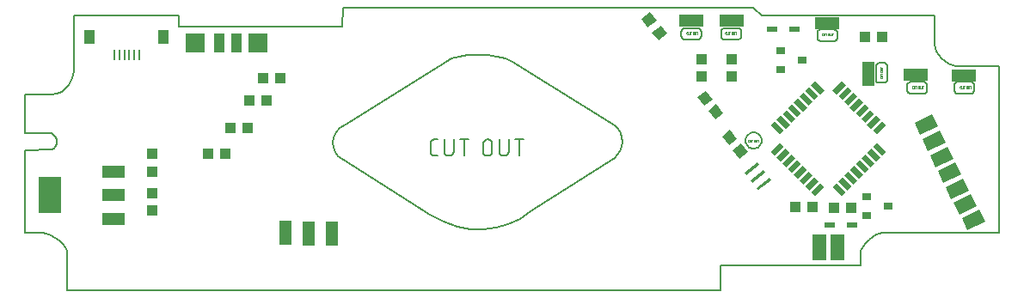
<source format=gtp>
G75*
%MOIN*%
%OFA0B0*%
%FSLAX25Y25*%
%IPPOS*%
%LPD*%
%AMOC8*
5,1,8,0,0,1.08239X$1,22.5*
%
%ADD10C,0.00600*%
%ADD11C,0.00500*%
%ADD12C,0.00800*%
%ADD13C,0.00000*%
%ADD14R,0.03937X0.04331*%
%ADD15R,0.04252X0.04134*%
%ADD16R,0.04331X0.03937*%
%ADD17R,0.08800X0.04800*%
%ADD18R,0.08661X0.14173*%
%ADD19R,0.03543X0.03150*%
%ADD20R,0.09500X0.04500*%
%ADD21R,0.05400X0.10000*%
%ADD22R,0.04500X0.09500*%
%ADD23R,0.05157X0.07598*%
%ADD24R,0.04134X0.07677*%
%ADD25R,0.07677X0.07677*%
%ADD26R,0.05000X0.02200*%
%ADD27R,0.02200X0.05000*%
%ADD28R,0.06299X0.01181*%
%ADD29R,0.03937X0.02362*%
%ADD30R,0.00984X0.03937*%
%ADD31R,0.03937X0.05276*%
D10*
X0017703Y0038877D02*
X0017703Y0053068D01*
X0017473Y0054223D01*
X0016826Y0055511D01*
X0015826Y0056843D01*
X0014540Y0058131D01*
X0013031Y0059287D01*
X0011367Y0060221D01*
X0009609Y0060847D01*
X0007826Y0061075D01*
X0001300Y0061075D01*
X0001300Y0093285D01*
X0011489Y0093363D01*
X0012380Y0093845D01*
X0013016Y0094600D01*
X0013395Y0095536D01*
X0013520Y0096561D01*
X0013391Y0097585D01*
X0013008Y0098513D01*
X0012374Y0099256D01*
X0011489Y0099720D01*
X0001300Y0099735D01*
X0001300Y0114803D02*
X0011489Y0114803D01*
X0013651Y0115090D01*
X0015486Y0115887D01*
X0017005Y0117096D01*
X0018220Y0118620D01*
X0019144Y0120362D01*
X0019789Y0122225D01*
X0020167Y0124111D01*
X0020291Y0125924D01*
X0020291Y0145461D01*
X0060762Y0145461D02*
X0060762Y0141013D01*
X0124178Y0141164D01*
X0124439Y0148568D01*
X0283611Y0148568D01*
X0286803Y0145461D01*
X0353849Y0145461D01*
X0353872Y0134183D01*
X0354104Y0132969D01*
X0354668Y0131631D01*
X0355516Y0130256D01*
X0356599Y0128933D01*
X0357869Y0127750D01*
X0359276Y0126796D01*
X0360773Y0126160D01*
X0362309Y0125929D01*
X0362585Y0125935D01*
X0378794Y0125924D01*
X0378794Y0061075D01*
X0333600Y0061075D01*
X0332610Y0060907D01*
X0331351Y0060421D01*
X0329946Y0059641D01*
X0328519Y0058595D01*
X0327194Y0057307D01*
X0326094Y0055804D01*
X0325344Y0054111D01*
X0325066Y0052254D01*
X0325066Y0048361D01*
X0270858Y0048361D01*
X0270858Y0038877D01*
X0017703Y0038877D01*
X0122690Y0090966D02*
X0124225Y0089783D01*
X0158265Y0068189D01*
X0163523Y0065449D01*
X0168754Y0063607D01*
X0173919Y0062628D01*
X0178974Y0062478D01*
X0183880Y0063119D01*
X0188596Y0064518D01*
X0193079Y0066639D01*
X0197289Y0069447D01*
X0229895Y0090159D01*
X0230978Y0091402D01*
X0231843Y0092915D01*
X0232442Y0094612D01*
X0232729Y0096404D01*
X0232659Y0098204D01*
X0232183Y0099923D01*
X0231257Y0101475D01*
X0229833Y0102771D01*
X0190100Y0127595D01*
X0187592Y0128804D01*
X0184372Y0129643D01*
X0180700Y0130126D01*
X0176836Y0130263D01*
X0173041Y0130067D01*
X0169574Y0129549D01*
X0166698Y0128721D01*
X0164671Y0127595D01*
X0125405Y0103236D01*
X0123317Y0101738D01*
X0121857Y0099993D01*
X0120989Y0098097D01*
X0120674Y0096150D01*
X0120878Y0094247D01*
X0121562Y0092486D01*
X0122690Y0090966D01*
X0158497Y0092431D02*
X0158497Y0095986D01*
X0158499Y0096060D01*
X0158505Y0096135D01*
X0158515Y0096208D01*
X0158528Y0096282D01*
X0158545Y0096354D01*
X0158567Y0096425D01*
X0158591Y0096496D01*
X0158620Y0096564D01*
X0158652Y0096632D01*
X0158688Y0096697D01*
X0158726Y0096760D01*
X0158769Y0096822D01*
X0158814Y0096881D01*
X0158862Y0096937D01*
X0158913Y0096992D01*
X0158967Y0097043D01*
X0159024Y0097091D01*
X0159083Y0097136D01*
X0159145Y0097179D01*
X0159208Y0097217D01*
X0159273Y0097253D01*
X0159341Y0097285D01*
X0159409Y0097314D01*
X0159480Y0097338D01*
X0159551Y0097360D01*
X0159623Y0097377D01*
X0159697Y0097390D01*
X0159770Y0097400D01*
X0159845Y0097406D01*
X0159919Y0097408D01*
X0161341Y0097408D01*
X0163846Y0097408D02*
X0163846Y0092786D01*
X0163848Y0092703D01*
X0163854Y0092620D01*
X0163864Y0092537D01*
X0163877Y0092454D01*
X0163895Y0092373D01*
X0163916Y0092292D01*
X0163941Y0092213D01*
X0163970Y0092135D01*
X0164002Y0092058D01*
X0164038Y0091983D01*
X0164077Y0091909D01*
X0164120Y0091838D01*
X0164166Y0091768D01*
X0164216Y0091701D01*
X0164268Y0091636D01*
X0164323Y0091574D01*
X0164382Y0091514D01*
X0164443Y0091457D01*
X0164506Y0091403D01*
X0164572Y0091352D01*
X0164641Y0091305D01*
X0164711Y0091260D01*
X0164784Y0091219D01*
X0164858Y0091182D01*
X0164934Y0091147D01*
X0165012Y0091117D01*
X0165090Y0091090D01*
X0165171Y0091067D01*
X0165252Y0091047D01*
X0165334Y0091032D01*
X0165416Y0091020D01*
X0165499Y0091012D01*
X0165582Y0091008D01*
X0165666Y0091008D01*
X0165749Y0091012D01*
X0165832Y0091020D01*
X0165914Y0091032D01*
X0165996Y0091047D01*
X0166077Y0091067D01*
X0166158Y0091090D01*
X0166236Y0091117D01*
X0166314Y0091147D01*
X0166390Y0091182D01*
X0166464Y0091219D01*
X0166537Y0091260D01*
X0166607Y0091305D01*
X0166676Y0091352D01*
X0166742Y0091403D01*
X0166805Y0091457D01*
X0166866Y0091514D01*
X0166925Y0091574D01*
X0166980Y0091636D01*
X0167032Y0091701D01*
X0167082Y0091768D01*
X0167128Y0091838D01*
X0167171Y0091909D01*
X0167210Y0091983D01*
X0167246Y0092058D01*
X0167278Y0092135D01*
X0167307Y0092213D01*
X0167332Y0092292D01*
X0167353Y0092373D01*
X0167371Y0092454D01*
X0167384Y0092537D01*
X0167394Y0092620D01*
X0167400Y0092703D01*
X0167402Y0092786D01*
X0167401Y0092786D02*
X0167401Y0097408D01*
X0169795Y0097408D02*
X0173350Y0097408D01*
X0171573Y0097408D02*
X0171573Y0091008D01*
X0178821Y0092786D02*
X0178821Y0095631D01*
X0178820Y0095631D02*
X0178822Y0095714D01*
X0178828Y0095797D01*
X0178838Y0095880D01*
X0178851Y0095963D01*
X0178869Y0096044D01*
X0178890Y0096125D01*
X0178915Y0096204D01*
X0178944Y0096282D01*
X0178976Y0096359D01*
X0179012Y0096434D01*
X0179051Y0096508D01*
X0179094Y0096579D01*
X0179140Y0096649D01*
X0179190Y0096716D01*
X0179242Y0096781D01*
X0179297Y0096843D01*
X0179356Y0096903D01*
X0179417Y0096960D01*
X0179480Y0097014D01*
X0179546Y0097065D01*
X0179615Y0097112D01*
X0179685Y0097157D01*
X0179758Y0097198D01*
X0179832Y0097235D01*
X0179908Y0097270D01*
X0179986Y0097300D01*
X0180064Y0097327D01*
X0180145Y0097350D01*
X0180226Y0097370D01*
X0180308Y0097385D01*
X0180390Y0097397D01*
X0180473Y0097405D01*
X0180556Y0097409D01*
X0180640Y0097409D01*
X0180723Y0097405D01*
X0180806Y0097397D01*
X0180888Y0097385D01*
X0180970Y0097370D01*
X0181051Y0097350D01*
X0181132Y0097327D01*
X0181210Y0097300D01*
X0181288Y0097270D01*
X0181364Y0097235D01*
X0181438Y0097198D01*
X0181511Y0097157D01*
X0181581Y0097112D01*
X0181650Y0097065D01*
X0181716Y0097014D01*
X0181779Y0096960D01*
X0181840Y0096903D01*
X0181899Y0096843D01*
X0181954Y0096781D01*
X0182006Y0096716D01*
X0182056Y0096649D01*
X0182102Y0096579D01*
X0182145Y0096508D01*
X0182184Y0096434D01*
X0182220Y0096359D01*
X0182252Y0096282D01*
X0182281Y0096204D01*
X0182306Y0096125D01*
X0182327Y0096044D01*
X0182345Y0095963D01*
X0182358Y0095880D01*
X0182368Y0095797D01*
X0182374Y0095714D01*
X0182376Y0095631D01*
X0182376Y0092786D01*
X0182374Y0092703D01*
X0182368Y0092620D01*
X0182358Y0092537D01*
X0182345Y0092454D01*
X0182327Y0092373D01*
X0182306Y0092292D01*
X0182281Y0092213D01*
X0182252Y0092135D01*
X0182220Y0092058D01*
X0182184Y0091983D01*
X0182145Y0091909D01*
X0182102Y0091838D01*
X0182056Y0091768D01*
X0182006Y0091701D01*
X0181954Y0091636D01*
X0181899Y0091574D01*
X0181840Y0091514D01*
X0181779Y0091457D01*
X0181716Y0091403D01*
X0181650Y0091352D01*
X0181581Y0091305D01*
X0181511Y0091260D01*
X0181438Y0091219D01*
X0181364Y0091182D01*
X0181288Y0091147D01*
X0181210Y0091117D01*
X0181132Y0091090D01*
X0181051Y0091067D01*
X0180970Y0091047D01*
X0180888Y0091032D01*
X0180806Y0091020D01*
X0180723Y0091012D01*
X0180640Y0091008D01*
X0180556Y0091008D01*
X0180473Y0091012D01*
X0180390Y0091020D01*
X0180308Y0091032D01*
X0180226Y0091047D01*
X0180145Y0091067D01*
X0180064Y0091090D01*
X0179986Y0091117D01*
X0179908Y0091147D01*
X0179832Y0091182D01*
X0179758Y0091219D01*
X0179685Y0091260D01*
X0179615Y0091305D01*
X0179546Y0091352D01*
X0179480Y0091403D01*
X0179417Y0091457D01*
X0179356Y0091514D01*
X0179297Y0091574D01*
X0179242Y0091636D01*
X0179190Y0091701D01*
X0179140Y0091768D01*
X0179094Y0091838D01*
X0179051Y0091909D01*
X0179012Y0091983D01*
X0178976Y0092058D01*
X0178944Y0092135D01*
X0178915Y0092213D01*
X0178890Y0092292D01*
X0178869Y0092373D01*
X0178851Y0092454D01*
X0178838Y0092537D01*
X0178828Y0092620D01*
X0178822Y0092703D01*
X0178820Y0092786D01*
X0185180Y0092786D02*
X0185180Y0097408D01*
X0188735Y0097408D02*
X0188735Y0092786D01*
X0188736Y0092786D02*
X0188734Y0092703D01*
X0188728Y0092620D01*
X0188718Y0092537D01*
X0188705Y0092454D01*
X0188687Y0092373D01*
X0188666Y0092292D01*
X0188641Y0092213D01*
X0188612Y0092135D01*
X0188580Y0092058D01*
X0188544Y0091983D01*
X0188505Y0091909D01*
X0188462Y0091838D01*
X0188416Y0091768D01*
X0188366Y0091701D01*
X0188314Y0091636D01*
X0188259Y0091574D01*
X0188200Y0091514D01*
X0188139Y0091457D01*
X0188076Y0091403D01*
X0188010Y0091352D01*
X0187941Y0091305D01*
X0187871Y0091260D01*
X0187798Y0091219D01*
X0187724Y0091182D01*
X0187648Y0091147D01*
X0187570Y0091117D01*
X0187492Y0091090D01*
X0187411Y0091067D01*
X0187330Y0091047D01*
X0187248Y0091032D01*
X0187166Y0091020D01*
X0187083Y0091012D01*
X0187000Y0091008D01*
X0186916Y0091008D01*
X0186833Y0091012D01*
X0186750Y0091020D01*
X0186668Y0091032D01*
X0186586Y0091047D01*
X0186505Y0091067D01*
X0186424Y0091090D01*
X0186346Y0091117D01*
X0186268Y0091147D01*
X0186192Y0091182D01*
X0186118Y0091219D01*
X0186045Y0091260D01*
X0185975Y0091305D01*
X0185906Y0091352D01*
X0185840Y0091403D01*
X0185777Y0091457D01*
X0185716Y0091514D01*
X0185657Y0091574D01*
X0185602Y0091636D01*
X0185550Y0091701D01*
X0185500Y0091768D01*
X0185454Y0091838D01*
X0185411Y0091909D01*
X0185372Y0091983D01*
X0185336Y0092058D01*
X0185304Y0092135D01*
X0185275Y0092213D01*
X0185250Y0092292D01*
X0185229Y0092373D01*
X0185211Y0092454D01*
X0185198Y0092537D01*
X0185188Y0092620D01*
X0185182Y0092703D01*
X0185180Y0092786D01*
X0191129Y0097408D02*
X0194684Y0097408D01*
X0192907Y0097408D02*
X0192907Y0091008D01*
X0161341Y0091008D02*
X0159919Y0091008D01*
X0159919Y0091009D02*
X0159845Y0091011D01*
X0159770Y0091017D01*
X0159697Y0091027D01*
X0159623Y0091040D01*
X0159551Y0091057D01*
X0159480Y0091079D01*
X0159409Y0091103D01*
X0159341Y0091132D01*
X0159273Y0091164D01*
X0159208Y0091200D01*
X0159145Y0091238D01*
X0159083Y0091281D01*
X0159024Y0091326D01*
X0158967Y0091374D01*
X0158913Y0091425D01*
X0158862Y0091479D01*
X0158814Y0091536D01*
X0158769Y0091595D01*
X0158726Y0091657D01*
X0158688Y0091720D01*
X0158652Y0091785D01*
X0158620Y0091853D01*
X0158591Y0091921D01*
X0158567Y0091992D01*
X0158545Y0092063D01*
X0158528Y0092135D01*
X0158515Y0092209D01*
X0158505Y0092282D01*
X0158499Y0092357D01*
X0158497Y0092431D01*
X0255811Y0136897D02*
X0255734Y0137142D01*
X0255707Y0137405D01*
X0255707Y0139289D01*
X0255734Y0139552D01*
X0255811Y0139797D01*
X0255931Y0140020D01*
X0256092Y0140213D01*
X0256285Y0140374D01*
X0256508Y0140495D01*
X0256753Y0140571D01*
X0257016Y0140598D01*
X0262092Y0140598D01*
X0262355Y0140571D01*
X0262600Y0140495D01*
X0262822Y0140374D01*
X0263016Y0140213D01*
X0263176Y0140020D01*
X0263297Y0139797D01*
X0263374Y0139552D01*
X0263400Y0139289D01*
X0263400Y0137405D01*
X0263374Y0137142D01*
X0263297Y0136897D01*
X0263176Y0136675D01*
X0263016Y0136481D01*
X0262822Y0136321D01*
X0262600Y0136200D01*
X0262355Y0136123D01*
X0262092Y0136097D01*
X0257016Y0136097D01*
X0256753Y0136123D01*
X0256508Y0136200D01*
X0256285Y0136321D01*
X0256092Y0136481D01*
X0255931Y0136675D01*
X0255811Y0136897D01*
X0271135Y0137405D02*
X0271135Y0139289D01*
X0271162Y0139552D01*
X0271239Y0139797D01*
X0271359Y0140020D01*
X0271520Y0140213D01*
X0271713Y0140374D01*
X0271935Y0140495D01*
X0272181Y0140571D01*
X0272443Y0140598D01*
X0277520Y0140598D01*
X0277783Y0140571D01*
X0278028Y0140495D01*
X0278250Y0140374D01*
X0278444Y0140213D01*
X0278604Y0140020D01*
X0278725Y0139797D01*
X0278802Y0139552D01*
X0278828Y0139289D01*
X0278828Y0137405D01*
X0278802Y0137142D01*
X0278725Y0136897D01*
X0278604Y0136675D01*
X0278444Y0136481D01*
X0278250Y0136321D01*
X0278028Y0136200D01*
X0277783Y0136123D01*
X0277520Y0136097D01*
X0272443Y0136097D01*
X0272181Y0136123D01*
X0271935Y0136200D01*
X0271713Y0136321D01*
X0271520Y0136481D01*
X0271359Y0136675D01*
X0271239Y0136897D01*
X0271162Y0137142D01*
X0271135Y0137405D01*
X0308483Y0136890D02*
X0308483Y0138774D01*
X0308510Y0139037D01*
X0308587Y0139282D01*
X0308707Y0139504D01*
X0308868Y0139698D01*
X0309061Y0139858D01*
X0309283Y0139979D01*
X0309529Y0140056D01*
X0309791Y0140082D01*
X0314868Y0140082D01*
X0315131Y0140056D01*
X0315376Y0139979D01*
X0315598Y0139858D01*
X0315792Y0139698D01*
X0315952Y0139504D01*
X0316073Y0139282D01*
X0316150Y0139037D01*
X0316176Y0138774D01*
X0316176Y0136890D01*
X0316150Y0136627D01*
X0316073Y0136382D01*
X0315952Y0136160D01*
X0315792Y0135966D01*
X0315598Y0135806D01*
X0315376Y0135685D01*
X0315131Y0135608D01*
X0314868Y0135582D01*
X0309791Y0135582D01*
X0309529Y0135608D01*
X0309283Y0135685D01*
X0309061Y0135806D01*
X0308868Y0135966D01*
X0308707Y0136160D01*
X0308587Y0136382D01*
X0308510Y0136627D01*
X0308483Y0136890D01*
X0331167Y0126223D02*
X0331288Y0126445D01*
X0331448Y0126639D01*
X0331642Y0126799D01*
X0331865Y0126920D01*
X0332109Y0126996D01*
X0332372Y0127023D01*
X0334256Y0127023D01*
X0334519Y0126996D01*
X0334765Y0126920D01*
X0334987Y0126799D01*
X0335181Y0126639D01*
X0335341Y0126445D01*
X0335462Y0126223D01*
X0335538Y0125978D01*
X0335565Y0125715D01*
X0335565Y0120638D01*
X0335538Y0120375D01*
X0335462Y0120130D01*
X0335341Y0119908D01*
X0335181Y0119714D01*
X0334987Y0119554D01*
X0334765Y0119433D01*
X0334519Y0119357D01*
X0334256Y0119330D01*
X0332372Y0119330D01*
X0332109Y0119357D01*
X0331865Y0119433D01*
X0331642Y0119554D01*
X0331448Y0119714D01*
X0331288Y0119908D01*
X0331167Y0120130D01*
X0331091Y0120375D01*
X0331064Y0120638D01*
X0331064Y0125715D01*
X0331091Y0125978D01*
X0331167Y0126223D01*
X0343477Y0119106D02*
X0343637Y0119300D01*
X0343831Y0119460D01*
X0344053Y0119581D01*
X0344298Y0119658D01*
X0344561Y0119684D01*
X0349637Y0119684D01*
X0349900Y0119658D01*
X0350145Y0119581D01*
X0350368Y0119460D01*
X0350561Y0119300D01*
X0350722Y0119106D01*
X0350843Y0118884D01*
X0350919Y0118639D01*
X0350946Y0118376D01*
X0350946Y0116492D01*
X0350919Y0116229D01*
X0350843Y0115984D01*
X0350722Y0115761D01*
X0350561Y0115567D01*
X0350368Y0115407D01*
X0350145Y0115286D01*
X0349900Y0115210D01*
X0349637Y0115183D01*
X0344561Y0115183D01*
X0344298Y0115210D01*
X0344053Y0115286D01*
X0343831Y0115407D01*
X0343637Y0115567D01*
X0343477Y0115761D01*
X0343356Y0115984D01*
X0343280Y0116229D01*
X0343253Y0116492D01*
X0343253Y0118376D01*
X0343280Y0118639D01*
X0343356Y0118884D01*
X0343477Y0119106D01*
X0361576Y0118376D02*
X0361576Y0116492D01*
X0361603Y0116229D01*
X0361680Y0115984D01*
X0361800Y0115761D01*
X0361961Y0115567D01*
X0362154Y0115407D01*
X0362377Y0115286D01*
X0362622Y0115210D01*
X0362885Y0115183D01*
X0367961Y0115183D01*
X0368224Y0115210D01*
X0368469Y0115286D01*
X0368691Y0115407D01*
X0368885Y0115567D01*
X0369045Y0115761D01*
X0369166Y0115984D01*
X0369243Y0116229D01*
X0369269Y0116492D01*
X0369269Y0118376D01*
X0369243Y0118639D01*
X0369166Y0118884D01*
X0369045Y0119106D01*
X0368885Y0119300D01*
X0368691Y0119460D01*
X0368469Y0119581D01*
X0368224Y0119658D01*
X0367961Y0119684D01*
X0362885Y0119684D01*
X0362622Y0119658D01*
X0362377Y0119581D01*
X0362154Y0119460D01*
X0361961Y0119300D01*
X0361800Y0119106D01*
X0361680Y0118884D01*
X0361603Y0118639D01*
X0361576Y0118376D01*
X0286760Y0097559D02*
X0286824Y0096924D01*
X0286764Y0097539D01*
X0286585Y0098129D01*
X0286294Y0098674D01*
X0285902Y0099151D01*
X0285425Y0099543D01*
X0284880Y0099834D01*
X0284289Y0100013D01*
X0283675Y0100074D01*
X0283060Y0100013D01*
X0282469Y0099834D01*
X0281925Y0099543D01*
X0281448Y0099151D01*
X0281056Y0098674D01*
X0280765Y0098129D01*
X0280586Y0097539D01*
X0280525Y0096924D01*
X0280586Y0096310D01*
X0280765Y0095719D01*
X0281056Y0095174D01*
X0281448Y0094697D01*
X0281925Y0094305D01*
X0282469Y0094014D01*
X0283060Y0093835D01*
X0283675Y0093774D01*
X0284289Y0093835D01*
X0284880Y0094014D01*
X0285425Y0094305D01*
X0285902Y0094697D01*
X0286294Y0095174D01*
X0286585Y0095719D01*
X0286764Y0096310D01*
X0286824Y0096924D01*
X0286760Y0096289D01*
X0286577Y0095698D01*
X0286287Y0095163D01*
X0285902Y0094697D01*
X0285436Y0094312D01*
X0284901Y0094022D01*
X0284309Y0093839D01*
X0283675Y0093774D01*
X0283040Y0093839D01*
X0282449Y0094022D01*
X0281914Y0094312D01*
X0281448Y0094697D01*
X0281063Y0095163D01*
X0280773Y0095698D01*
X0280589Y0096289D01*
X0280525Y0096924D01*
X0280589Y0097559D01*
X0280773Y0098150D01*
X0281063Y0098685D01*
X0281448Y0099151D01*
X0281914Y0099536D01*
X0282449Y0099826D01*
X0283040Y0100010D01*
X0283675Y0100074D01*
X0284309Y0100010D01*
X0284901Y0099826D01*
X0285436Y0099536D01*
X0285902Y0099151D01*
X0286287Y0098685D01*
X0286577Y0098150D01*
X0286760Y0097559D01*
D11*
X0001300Y0099735D02*
X0001300Y0114803D01*
D12*
X0020291Y0145461D02*
X0060762Y0145461D01*
D13*
X0257697Y0138831D02*
X0257697Y0138386D01*
X0257699Y0138361D01*
X0257704Y0138336D01*
X0257713Y0138312D01*
X0257725Y0138290D01*
X0257740Y0138269D01*
X0257758Y0138251D01*
X0257779Y0138236D01*
X0257801Y0138224D01*
X0257825Y0138215D01*
X0257850Y0138210D01*
X0257875Y0138208D01*
X0258052Y0138208D01*
X0258322Y0138431D02*
X0258322Y0139008D01*
X0258052Y0139008D02*
X0257875Y0139008D01*
X0257875Y0139009D02*
X0257850Y0139007D01*
X0257825Y0139002D01*
X0257801Y0138993D01*
X0257779Y0138981D01*
X0257758Y0138966D01*
X0257740Y0138948D01*
X0257725Y0138927D01*
X0257713Y0138905D01*
X0257704Y0138881D01*
X0257699Y0138856D01*
X0257697Y0138831D01*
X0258322Y0138431D02*
X0258324Y0138402D01*
X0258330Y0138374D01*
X0258339Y0138346D01*
X0258352Y0138320D01*
X0258368Y0138296D01*
X0258387Y0138274D01*
X0258409Y0138255D01*
X0258433Y0138239D01*
X0258459Y0138226D01*
X0258487Y0138217D01*
X0258515Y0138211D01*
X0258544Y0138209D01*
X0258573Y0138211D01*
X0258601Y0138217D01*
X0258629Y0138226D01*
X0258655Y0138239D01*
X0258679Y0138255D01*
X0258701Y0138274D01*
X0258720Y0138296D01*
X0258736Y0138320D01*
X0258749Y0138346D01*
X0258758Y0138374D01*
X0258764Y0138402D01*
X0258766Y0138431D01*
X0258766Y0139008D01*
X0259018Y0139008D02*
X0259462Y0139008D01*
X0259240Y0139008D02*
X0259240Y0138208D01*
X0260074Y0138431D02*
X0260074Y0138786D01*
X0260076Y0138815D01*
X0260082Y0138843D01*
X0260091Y0138871D01*
X0260104Y0138897D01*
X0260120Y0138921D01*
X0260139Y0138943D01*
X0260161Y0138962D01*
X0260185Y0138978D01*
X0260211Y0138991D01*
X0260239Y0139000D01*
X0260267Y0139006D01*
X0260296Y0139008D01*
X0260325Y0139006D01*
X0260353Y0139000D01*
X0260381Y0138991D01*
X0260407Y0138978D01*
X0260431Y0138962D01*
X0260453Y0138943D01*
X0260472Y0138921D01*
X0260488Y0138897D01*
X0260501Y0138871D01*
X0260510Y0138843D01*
X0260516Y0138815D01*
X0260518Y0138786D01*
X0260518Y0138431D01*
X0260516Y0138402D01*
X0260510Y0138374D01*
X0260501Y0138346D01*
X0260488Y0138320D01*
X0260472Y0138296D01*
X0260453Y0138274D01*
X0260431Y0138255D01*
X0260407Y0138239D01*
X0260381Y0138226D01*
X0260353Y0138217D01*
X0260325Y0138211D01*
X0260296Y0138209D01*
X0260267Y0138211D01*
X0260239Y0138217D01*
X0260211Y0138226D01*
X0260185Y0138239D01*
X0260161Y0138255D01*
X0260139Y0138274D01*
X0260120Y0138296D01*
X0260104Y0138320D01*
X0260091Y0138346D01*
X0260082Y0138374D01*
X0260076Y0138402D01*
X0260074Y0138431D01*
X0260818Y0138431D02*
X0260818Y0139008D01*
X0261262Y0139008D02*
X0261262Y0138431D01*
X0261260Y0138402D01*
X0261254Y0138374D01*
X0261245Y0138346D01*
X0261232Y0138320D01*
X0261216Y0138296D01*
X0261197Y0138274D01*
X0261175Y0138255D01*
X0261151Y0138239D01*
X0261125Y0138226D01*
X0261097Y0138217D01*
X0261069Y0138211D01*
X0261040Y0138209D01*
X0261011Y0138211D01*
X0260983Y0138217D01*
X0260955Y0138226D01*
X0260929Y0138239D01*
X0260905Y0138255D01*
X0260883Y0138274D01*
X0260864Y0138296D01*
X0260848Y0138320D01*
X0260835Y0138346D01*
X0260826Y0138374D01*
X0260820Y0138402D01*
X0260818Y0138431D01*
X0261514Y0139008D02*
X0261958Y0139008D01*
X0261736Y0139008D02*
X0261736Y0138208D01*
X0272697Y0138386D02*
X0272697Y0138831D01*
X0272699Y0138856D01*
X0272704Y0138881D01*
X0272713Y0138905D01*
X0272725Y0138927D01*
X0272740Y0138948D01*
X0272758Y0138966D01*
X0272779Y0138981D01*
X0272801Y0138993D01*
X0272825Y0139002D01*
X0272850Y0139007D01*
X0272875Y0139009D01*
X0272875Y0139008D02*
X0273052Y0139008D01*
X0273322Y0139008D02*
X0273322Y0138431D01*
X0273324Y0138402D01*
X0273330Y0138374D01*
X0273339Y0138346D01*
X0273352Y0138320D01*
X0273368Y0138296D01*
X0273387Y0138274D01*
X0273409Y0138255D01*
X0273433Y0138239D01*
X0273459Y0138226D01*
X0273487Y0138217D01*
X0273515Y0138211D01*
X0273544Y0138209D01*
X0273573Y0138211D01*
X0273601Y0138217D01*
X0273629Y0138226D01*
X0273655Y0138239D01*
X0273679Y0138255D01*
X0273701Y0138274D01*
X0273720Y0138296D01*
X0273736Y0138320D01*
X0273749Y0138346D01*
X0273758Y0138374D01*
X0273764Y0138402D01*
X0273766Y0138431D01*
X0273766Y0139008D01*
X0274018Y0139008D02*
X0274462Y0139008D01*
X0274240Y0139008D02*
X0274240Y0138208D01*
X0275074Y0138431D02*
X0275074Y0138786D01*
X0275076Y0138815D01*
X0275082Y0138843D01*
X0275091Y0138871D01*
X0275104Y0138897D01*
X0275120Y0138921D01*
X0275139Y0138943D01*
X0275161Y0138962D01*
X0275185Y0138978D01*
X0275211Y0138991D01*
X0275239Y0139000D01*
X0275267Y0139006D01*
X0275296Y0139008D01*
X0275325Y0139006D01*
X0275353Y0139000D01*
X0275381Y0138991D01*
X0275407Y0138978D01*
X0275431Y0138962D01*
X0275453Y0138943D01*
X0275472Y0138921D01*
X0275488Y0138897D01*
X0275501Y0138871D01*
X0275510Y0138843D01*
X0275516Y0138815D01*
X0275518Y0138786D01*
X0275518Y0138431D01*
X0275516Y0138402D01*
X0275510Y0138374D01*
X0275501Y0138346D01*
X0275488Y0138320D01*
X0275472Y0138296D01*
X0275453Y0138274D01*
X0275431Y0138255D01*
X0275407Y0138239D01*
X0275381Y0138226D01*
X0275353Y0138217D01*
X0275325Y0138211D01*
X0275296Y0138209D01*
X0275267Y0138211D01*
X0275239Y0138217D01*
X0275211Y0138226D01*
X0275185Y0138239D01*
X0275161Y0138255D01*
X0275139Y0138274D01*
X0275120Y0138296D01*
X0275104Y0138320D01*
X0275091Y0138346D01*
X0275082Y0138374D01*
X0275076Y0138402D01*
X0275074Y0138431D01*
X0275818Y0138431D02*
X0275818Y0139008D01*
X0276262Y0139008D02*
X0276262Y0138431D01*
X0276260Y0138402D01*
X0276254Y0138374D01*
X0276245Y0138346D01*
X0276232Y0138320D01*
X0276216Y0138296D01*
X0276197Y0138274D01*
X0276175Y0138255D01*
X0276151Y0138239D01*
X0276125Y0138226D01*
X0276097Y0138217D01*
X0276069Y0138211D01*
X0276040Y0138209D01*
X0276011Y0138211D01*
X0275983Y0138217D01*
X0275955Y0138226D01*
X0275929Y0138239D01*
X0275905Y0138255D01*
X0275883Y0138274D01*
X0275864Y0138296D01*
X0275848Y0138320D01*
X0275835Y0138346D01*
X0275826Y0138374D01*
X0275820Y0138402D01*
X0275818Y0138431D01*
X0276514Y0139008D02*
X0276958Y0139008D01*
X0276736Y0139008D02*
X0276736Y0138208D01*
X0273052Y0138208D02*
X0272875Y0138208D01*
X0272850Y0138210D01*
X0272825Y0138215D01*
X0272801Y0138224D01*
X0272779Y0138236D01*
X0272758Y0138251D01*
X0272740Y0138269D01*
X0272725Y0138290D01*
X0272713Y0138312D01*
X0272704Y0138336D01*
X0272699Y0138361D01*
X0272697Y0138386D01*
X0310197Y0138331D02*
X0310197Y0137886D01*
X0310199Y0137861D01*
X0310204Y0137836D01*
X0310213Y0137812D01*
X0310225Y0137790D01*
X0310240Y0137769D01*
X0310258Y0137751D01*
X0310279Y0137736D01*
X0310301Y0137724D01*
X0310325Y0137715D01*
X0310350Y0137710D01*
X0310375Y0137708D01*
X0310552Y0137708D01*
X0310822Y0137931D02*
X0310822Y0138508D01*
X0310552Y0138508D02*
X0310375Y0138508D01*
X0310375Y0138509D02*
X0310350Y0138507D01*
X0310325Y0138502D01*
X0310301Y0138493D01*
X0310279Y0138481D01*
X0310258Y0138466D01*
X0310240Y0138448D01*
X0310225Y0138427D01*
X0310213Y0138405D01*
X0310204Y0138381D01*
X0310199Y0138356D01*
X0310197Y0138331D01*
X0310822Y0137931D02*
X0310824Y0137902D01*
X0310830Y0137874D01*
X0310839Y0137846D01*
X0310852Y0137820D01*
X0310868Y0137796D01*
X0310887Y0137774D01*
X0310909Y0137755D01*
X0310933Y0137739D01*
X0310959Y0137726D01*
X0310987Y0137717D01*
X0311015Y0137711D01*
X0311044Y0137709D01*
X0311073Y0137711D01*
X0311101Y0137717D01*
X0311129Y0137726D01*
X0311155Y0137739D01*
X0311179Y0137755D01*
X0311201Y0137774D01*
X0311220Y0137796D01*
X0311236Y0137820D01*
X0311249Y0137846D01*
X0311258Y0137874D01*
X0311264Y0137902D01*
X0311266Y0137931D01*
X0311266Y0138508D01*
X0311518Y0138508D02*
X0311962Y0138508D01*
X0311740Y0138508D02*
X0311740Y0137708D01*
X0312574Y0137931D02*
X0312574Y0138286D01*
X0312576Y0138315D01*
X0312582Y0138343D01*
X0312591Y0138371D01*
X0312604Y0138397D01*
X0312620Y0138421D01*
X0312639Y0138443D01*
X0312661Y0138462D01*
X0312685Y0138478D01*
X0312711Y0138491D01*
X0312739Y0138500D01*
X0312767Y0138506D01*
X0312796Y0138508D01*
X0312825Y0138506D01*
X0312853Y0138500D01*
X0312881Y0138491D01*
X0312907Y0138478D01*
X0312931Y0138462D01*
X0312953Y0138443D01*
X0312972Y0138421D01*
X0312988Y0138397D01*
X0313001Y0138371D01*
X0313010Y0138343D01*
X0313016Y0138315D01*
X0313018Y0138286D01*
X0313018Y0137931D01*
X0313016Y0137902D01*
X0313010Y0137874D01*
X0313001Y0137846D01*
X0312988Y0137820D01*
X0312972Y0137796D01*
X0312953Y0137774D01*
X0312931Y0137755D01*
X0312907Y0137739D01*
X0312881Y0137726D01*
X0312853Y0137717D01*
X0312825Y0137711D01*
X0312796Y0137709D01*
X0312767Y0137711D01*
X0312739Y0137717D01*
X0312711Y0137726D01*
X0312685Y0137739D01*
X0312661Y0137755D01*
X0312639Y0137774D01*
X0312620Y0137796D01*
X0312604Y0137820D01*
X0312591Y0137846D01*
X0312582Y0137874D01*
X0312576Y0137902D01*
X0312574Y0137931D01*
X0313318Y0137931D02*
X0313318Y0138508D01*
X0313762Y0138508D02*
X0313762Y0137931D01*
X0313760Y0137902D01*
X0313754Y0137874D01*
X0313745Y0137846D01*
X0313732Y0137820D01*
X0313716Y0137796D01*
X0313697Y0137774D01*
X0313675Y0137755D01*
X0313651Y0137739D01*
X0313625Y0137726D01*
X0313597Y0137717D01*
X0313569Y0137711D01*
X0313540Y0137709D01*
X0313511Y0137711D01*
X0313483Y0137717D01*
X0313455Y0137726D01*
X0313429Y0137739D01*
X0313405Y0137755D01*
X0313383Y0137774D01*
X0313364Y0137796D01*
X0313348Y0137820D01*
X0313335Y0137846D01*
X0313326Y0137874D01*
X0313320Y0137902D01*
X0313318Y0137931D01*
X0314014Y0138508D02*
X0314458Y0138508D01*
X0314236Y0138508D02*
X0314236Y0137708D01*
X0332897Y0125470D02*
X0332897Y0125025D01*
X0332897Y0125248D02*
X0333697Y0125248D01*
X0333475Y0124774D02*
X0332897Y0124774D01*
X0332897Y0124329D02*
X0333475Y0124329D01*
X0333475Y0124330D02*
X0333504Y0124332D01*
X0333532Y0124338D01*
X0333560Y0124347D01*
X0333586Y0124360D01*
X0333610Y0124376D01*
X0333632Y0124395D01*
X0333651Y0124417D01*
X0333667Y0124441D01*
X0333680Y0124467D01*
X0333689Y0124495D01*
X0333695Y0124523D01*
X0333697Y0124552D01*
X0333695Y0124581D01*
X0333689Y0124609D01*
X0333680Y0124637D01*
X0333667Y0124663D01*
X0333651Y0124687D01*
X0333632Y0124709D01*
X0333610Y0124728D01*
X0333586Y0124744D01*
X0333560Y0124757D01*
X0333532Y0124766D01*
X0333504Y0124772D01*
X0333475Y0124774D01*
X0333475Y0124030D02*
X0333119Y0124030D01*
X0333090Y0124028D01*
X0333062Y0124022D01*
X0333034Y0124013D01*
X0333008Y0124000D01*
X0332984Y0123984D01*
X0332962Y0123965D01*
X0332943Y0123943D01*
X0332927Y0123919D01*
X0332914Y0123893D01*
X0332905Y0123865D01*
X0332899Y0123837D01*
X0332897Y0123808D01*
X0332899Y0123779D01*
X0332905Y0123751D01*
X0332914Y0123723D01*
X0332927Y0123697D01*
X0332943Y0123673D01*
X0332962Y0123651D01*
X0332984Y0123632D01*
X0333008Y0123616D01*
X0333034Y0123603D01*
X0333062Y0123594D01*
X0333090Y0123588D01*
X0333119Y0123586D01*
X0333119Y0123585D02*
X0333475Y0123585D01*
X0333475Y0123586D02*
X0333504Y0123588D01*
X0333532Y0123594D01*
X0333560Y0123603D01*
X0333586Y0123616D01*
X0333610Y0123632D01*
X0333632Y0123651D01*
X0333651Y0123673D01*
X0333667Y0123697D01*
X0333680Y0123723D01*
X0333689Y0123751D01*
X0333695Y0123779D01*
X0333697Y0123808D01*
X0333695Y0123837D01*
X0333689Y0123865D01*
X0333680Y0123893D01*
X0333667Y0123919D01*
X0333651Y0123943D01*
X0333632Y0123965D01*
X0333610Y0123984D01*
X0333586Y0124000D01*
X0333560Y0124013D01*
X0333532Y0124022D01*
X0333504Y0124028D01*
X0333475Y0124030D01*
X0332897Y0122974D02*
X0332897Y0122529D01*
X0332897Y0122752D02*
X0333697Y0122752D01*
X0333475Y0122278D02*
X0332897Y0122278D01*
X0332897Y0121833D02*
X0333475Y0121833D01*
X0333475Y0121834D02*
X0333504Y0121836D01*
X0333532Y0121842D01*
X0333560Y0121851D01*
X0333586Y0121864D01*
X0333610Y0121880D01*
X0333632Y0121899D01*
X0333651Y0121921D01*
X0333667Y0121945D01*
X0333680Y0121971D01*
X0333689Y0121999D01*
X0333695Y0122027D01*
X0333697Y0122056D01*
X0333695Y0122085D01*
X0333689Y0122113D01*
X0333680Y0122141D01*
X0333667Y0122167D01*
X0333651Y0122191D01*
X0333632Y0122213D01*
X0333610Y0122232D01*
X0333586Y0122248D01*
X0333560Y0122261D01*
X0333532Y0122270D01*
X0333504Y0122276D01*
X0333475Y0122278D01*
X0333697Y0121564D02*
X0333697Y0121386D01*
X0333695Y0121361D01*
X0333690Y0121336D01*
X0333681Y0121312D01*
X0333669Y0121290D01*
X0333654Y0121269D01*
X0333636Y0121251D01*
X0333615Y0121236D01*
X0333593Y0121224D01*
X0333569Y0121215D01*
X0333544Y0121210D01*
X0333519Y0121208D01*
X0333075Y0121208D01*
X0333050Y0121210D01*
X0333025Y0121215D01*
X0333001Y0121224D01*
X0332979Y0121236D01*
X0332958Y0121251D01*
X0332940Y0121269D01*
X0332925Y0121290D01*
X0332913Y0121312D01*
X0332904Y0121336D01*
X0332899Y0121361D01*
X0332897Y0121386D01*
X0332897Y0121564D01*
X0345197Y0117831D02*
X0345197Y0117386D01*
X0345199Y0117361D01*
X0345204Y0117336D01*
X0345213Y0117312D01*
X0345225Y0117290D01*
X0345240Y0117269D01*
X0345258Y0117251D01*
X0345279Y0117236D01*
X0345301Y0117224D01*
X0345325Y0117215D01*
X0345350Y0117210D01*
X0345375Y0117208D01*
X0345552Y0117208D01*
X0345822Y0117431D02*
X0345822Y0118008D01*
X0345552Y0118008D02*
X0345375Y0118008D01*
X0345375Y0118009D02*
X0345350Y0118007D01*
X0345325Y0118002D01*
X0345301Y0117993D01*
X0345279Y0117981D01*
X0345258Y0117966D01*
X0345240Y0117948D01*
X0345225Y0117927D01*
X0345213Y0117905D01*
X0345204Y0117881D01*
X0345199Y0117856D01*
X0345197Y0117831D01*
X0345822Y0117431D02*
X0345824Y0117402D01*
X0345830Y0117374D01*
X0345839Y0117346D01*
X0345852Y0117320D01*
X0345868Y0117296D01*
X0345887Y0117274D01*
X0345909Y0117255D01*
X0345933Y0117239D01*
X0345959Y0117226D01*
X0345987Y0117217D01*
X0346015Y0117211D01*
X0346044Y0117209D01*
X0346073Y0117211D01*
X0346101Y0117217D01*
X0346129Y0117226D01*
X0346155Y0117239D01*
X0346179Y0117255D01*
X0346201Y0117274D01*
X0346220Y0117296D01*
X0346236Y0117320D01*
X0346249Y0117346D01*
X0346258Y0117374D01*
X0346264Y0117402D01*
X0346266Y0117431D01*
X0346266Y0118008D01*
X0346518Y0118008D02*
X0346962Y0118008D01*
X0346740Y0118008D02*
X0346740Y0117208D01*
X0347574Y0117431D02*
X0347574Y0117786D01*
X0347576Y0117815D01*
X0347582Y0117843D01*
X0347591Y0117871D01*
X0347604Y0117897D01*
X0347620Y0117921D01*
X0347639Y0117943D01*
X0347661Y0117962D01*
X0347685Y0117978D01*
X0347711Y0117991D01*
X0347739Y0118000D01*
X0347767Y0118006D01*
X0347796Y0118008D01*
X0347825Y0118006D01*
X0347853Y0118000D01*
X0347881Y0117991D01*
X0347907Y0117978D01*
X0347931Y0117962D01*
X0347953Y0117943D01*
X0347972Y0117921D01*
X0347988Y0117897D01*
X0348001Y0117871D01*
X0348010Y0117843D01*
X0348016Y0117815D01*
X0348018Y0117786D01*
X0348018Y0117431D01*
X0348016Y0117402D01*
X0348010Y0117374D01*
X0348001Y0117346D01*
X0347988Y0117320D01*
X0347972Y0117296D01*
X0347953Y0117274D01*
X0347931Y0117255D01*
X0347907Y0117239D01*
X0347881Y0117226D01*
X0347853Y0117217D01*
X0347825Y0117211D01*
X0347796Y0117209D01*
X0347767Y0117211D01*
X0347739Y0117217D01*
X0347711Y0117226D01*
X0347685Y0117239D01*
X0347661Y0117255D01*
X0347639Y0117274D01*
X0347620Y0117296D01*
X0347604Y0117320D01*
X0347591Y0117346D01*
X0347582Y0117374D01*
X0347576Y0117402D01*
X0347574Y0117431D01*
X0348318Y0117431D02*
X0348318Y0118008D01*
X0348762Y0118008D02*
X0348762Y0117431D01*
X0348760Y0117402D01*
X0348754Y0117374D01*
X0348745Y0117346D01*
X0348732Y0117320D01*
X0348716Y0117296D01*
X0348697Y0117274D01*
X0348675Y0117255D01*
X0348651Y0117239D01*
X0348625Y0117226D01*
X0348597Y0117217D01*
X0348569Y0117211D01*
X0348540Y0117209D01*
X0348511Y0117211D01*
X0348483Y0117217D01*
X0348455Y0117226D01*
X0348429Y0117239D01*
X0348405Y0117255D01*
X0348383Y0117274D01*
X0348364Y0117296D01*
X0348348Y0117320D01*
X0348335Y0117346D01*
X0348326Y0117374D01*
X0348320Y0117402D01*
X0348318Y0117431D01*
X0349014Y0118008D02*
X0349458Y0118008D01*
X0349236Y0118008D02*
X0349236Y0117208D01*
X0363697Y0117386D02*
X0363697Y0117831D01*
X0363699Y0117856D01*
X0363704Y0117881D01*
X0363713Y0117905D01*
X0363725Y0117927D01*
X0363740Y0117948D01*
X0363758Y0117966D01*
X0363779Y0117981D01*
X0363801Y0117993D01*
X0363825Y0118002D01*
X0363850Y0118007D01*
X0363875Y0118009D01*
X0363875Y0118008D02*
X0364052Y0118008D01*
X0364322Y0118008D02*
X0364322Y0117431D01*
X0364324Y0117402D01*
X0364330Y0117374D01*
X0364339Y0117346D01*
X0364352Y0117320D01*
X0364368Y0117296D01*
X0364387Y0117274D01*
X0364409Y0117255D01*
X0364433Y0117239D01*
X0364459Y0117226D01*
X0364487Y0117217D01*
X0364515Y0117211D01*
X0364544Y0117209D01*
X0364573Y0117211D01*
X0364601Y0117217D01*
X0364629Y0117226D01*
X0364655Y0117239D01*
X0364679Y0117255D01*
X0364701Y0117274D01*
X0364720Y0117296D01*
X0364736Y0117320D01*
X0364749Y0117346D01*
X0364758Y0117374D01*
X0364764Y0117402D01*
X0364766Y0117431D01*
X0364766Y0118008D01*
X0365018Y0118008D02*
X0365462Y0118008D01*
X0365240Y0118008D02*
X0365240Y0117208D01*
X0366074Y0117431D02*
X0366074Y0117786D01*
X0366076Y0117815D01*
X0366082Y0117843D01*
X0366091Y0117871D01*
X0366104Y0117897D01*
X0366120Y0117921D01*
X0366139Y0117943D01*
X0366161Y0117962D01*
X0366185Y0117978D01*
X0366211Y0117991D01*
X0366239Y0118000D01*
X0366267Y0118006D01*
X0366296Y0118008D01*
X0366325Y0118006D01*
X0366353Y0118000D01*
X0366381Y0117991D01*
X0366407Y0117978D01*
X0366431Y0117962D01*
X0366453Y0117943D01*
X0366472Y0117921D01*
X0366488Y0117897D01*
X0366501Y0117871D01*
X0366510Y0117843D01*
X0366516Y0117815D01*
X0366518Y0117786D01*
X0366518Y0117431D01*
X0366516Y0117402D01*
X0366510Y0117374D01*
X0366501Y0117346D01*
X0366488Y0117320D01*
X0366472Y0117296D01*
X0366453Y0117274D01*
X0366431Y0117255D01*
X0366407Y0117239D01*
X0366381Y0117226D01*
X0366353Y0117217D01*
X0366325Y0117211D01*
X0366296Y0117209D01*
X0366267Y0117211D01*
X0366239Y0117217D01*
X0366211Y0117226D01*
X0366185Y0117239D01*
X0366161Y0117255D01*
X0366139Y0117274D01*
X0366120Y0117296D01*
X0366104Y0117320D01*
X0366091Y0117346D01*
X0366082Y0117374D01*
X0366076Y0117402D01*
X0366074Y0117431D01*
X0366818Y0117431D02*
X0366818Y0118008D01*
X0367262Y0118008D02*
X0367262Y0117431D01*
X0367260Y0117402D01*
X0367254Y0117374D01*
X0367245Y0117346D01*
X0367232Y0117320D01*
X0367216Y0117296D01*
X0367197Y0117274D01*
X0367175Y0117255D01*
X0367151Y0117239D01*
X0367125Y0117226D01*
X0367097Y0117217D01*
X0367069Y0117211D01*
X0367040Y0117209D01*
X0367011Y0117211D01*
X0366983Y0117217D01*
X0366955Y0117226D01*
X0366929Y0117239D01*
X0366905Y0117255D01*
X0366883Y0117274D01*
X0366864Y0117296D01*
X0366848Y0117320D01*
X0366835Y0117346D01*
X0366826Y0117374D01*
X0366820Y0117402D01*
X0366818Y0117431D01*
X0367514Y0118008D02*
X0367958Y0118008D01*
X0367736Y0118008D02*
X0367736Y0117208D01*
X0364052Y0117208D02*
X0363875Y0117208D01*
X0363850Y0117210D01*
X0363825Y0117215D01*
X0363801Y0117224D01*
X0363779Y0117236D01*
X0363758Y0117251D01*
X0363740Y0117269D01*
X0363725Y0117290D01*
X0363713Y0117312D01*
X0363704Y0117336D01*
X0363699Y0117361D01*
X0363697Y0117386D01*
X0285697Y0097208D02*
X0285252Y0097208D01*
X0285475Y0097208D02*
X0285475Y0096408D01*
X0285001Y0096631D02*
X0285001Y0097208D01*
X0284556Y0097208D02*
X0284556Y0096631D01*
X0284557Y0096631D02*
X0284559Y0096602D01*
X0284565Y0096574D01*
X0284574Y0096546D01*
X0284587Y0096520D01*
X0284603Y0096496D01*
X0284622Y0096474D01*
X0284644Y0096455D01*
X0284668Y0096439D01*
X0284694Y0096426D01*
X0284722Y0096417D01*
X0284750Y0096411D01*
X0284779Y0096409D01*
X0284808Y0096411D01*
X0284836Y0096417D01*
X0284864Y0096426D01*
X0284890Y0096439D01*
X0284914Y0096455D01*
X0284936Y0096474D01*
X0284955Y0096496D01*
X0284971Y0096520D01*
X0284984Y0096546D01*
X0284993Y0096574D01*
X0284999Y0096602D01*
X0285001Y0096631D01*
X0284257Y0096631D02*
X0284257Y0096986D01*
X0284255Y0097015D01*
X0284249Y0097043D01*
X0284240Y0097071D01*
X0284227Y0097097D01*
X0284211Y0097121D01*
X0284192Y0097143D01*
X0284170Y0097162D01*
X0284146Y0097178D01*
X0284120Y0097191D01*
X0284092Y0097200D01*
X0284064Y0097206D01*
X0284035Y0097208D01*
X0284006Y0097206D01*
X0283978Y0097200D01*
X0283950Y0097191D01*
X0283924Y0097178D01*
X0283900Y0097162D01*
X0283878Y0097143D01*
X0283859Y0097121D01*
X0283843Y0097097D01*
X0283830Y0097071D01*
X0283821Y0097043D01*
X0283815Y0097015D01*
X0283813Y0096986D01*
X0283812Y0096986D02*
X0283812Y0096631D01*
X0283813Y0096631D02*
X0283815Y0096602D01*
X0283821Y0096574D01*
X0283830Y0096546D01*
X0283843Y0096520D01*
X0283859Y0096496D01*
X0283878Y0096474D01*
X0283900Y0096455D01*
X0283924Y0096439D01*
X0283950Y0096426D01*
X0283978Y0096417D01*
X0284006Y0096411D01*
X0284035Y0096409D01*
X0284064Y0096411D01*
X0284092Y0096417D01*
X0284120Y0096426D01*
X0284146Y0096439D01*
X0284170Y0096455D01*
X0284192Y0096474D01*
X0284211Y0096496D01*
X0284227Y0096520D01*
X0284240Y0096546D01*
X0284249Y0096574D01*
X0284255Y0096602D01*
X0284257Y0096631D01*
X0283201Y0097208D02*
X0282756Y0097208D01*
X0282979Y0097208D02*
X0282979Y0096408D01*
X0282505Y0096631D02*
X0282505Y0097208D01*
X0282060Y0097208D02*
X0282060Y0096631D01*
X0282061Y0096631D02*
X0282063Y0096602D01*
X0282069Y0096574D01*
X0282078Y0096546D01*
X0282091Y0096520D01*
X0282107Y0096496D01*
X0282126Y0096474D01*
X0282148Y0096455D01*
X0282172Y0096439D01*
X0282198Y0096426D01*
X0282226Y0096417D01*
X0282254Y0096411D01*
X0282283Y0096409D01*
X0282312Y0096411D01*
X0282340Y0096417D01*
X0282368Y0096426D01*
X0282394Y0096439D01*
X0282418Y0096455D01*
X0282440Y0096474D01*
X0282459Y0096496D01*
X0282475Y0096520D01*
X0282488Y0096546D01*
X0282497Y0096574D01*
X0282503Y0096602D01*
X0282505Y0096631D01*
X0281791Y0096408D02*
X0281613Y0096408D01*
X0281588Y0096410D01*
X0281563Y0096415D01*
X0281539Y0096424D01*
X0281517Y0096436D01*
X0281496Y0096451D01*
X0281478Y0096469D01*
X0281463Y0096490D01*
X0281451Y0096512D01*
X0281442Y0096536D01*
X0281437Y0096561D01*
X0281435Y0096586D01*
X0281435Y0097031D01*
X0281437Y0097056D01*
X0281442Y0097081D01*
X0281451Y0097105D01*
X0281463Y0097127D01*
X0281478Y0097148D01*
X0281496Y0097166D01*
X0281517Y0097181D01*
X0281539Y0097193D01*
X0281563Y0097202D01*
X0281588Y0097207D01*
X0281613Y0097209D01*
X0281613Y0097208D02*
X0281791Y0097208D01*
D14*
X0299850Y0071208D03*
X0306543Y0071208D03*
X0314850Y0070708D03*
X0321543Y0070708D03*
X0326850Y0137208D03*
X0333543Y0137208D03*
G36*
X0247751Y0141454D02*
X0250174Y0138354D01*
X0246763Y0135688D01*
X0244340Y0138788D01*
X0247751Y0141454D01*
G37*
G36*
X0243631Y0146728D02*
X0246054Y0143628D01*
X0242643Y0140962D01*
X0240220Y0144062D01*
X0243631Y0146728D01*
G37*
X0100293Y0121208D03*
X0093600Y0121208D03*
X0094793Y0112458D03*
X0088100Y0112458D03*
X0087543Y0101958D03*
X0080850Y0101958D03*
X0079043Y0091708D03*
X0072350Y0091708D03*
X0050697Y0076555D03*
X0050697Y0069862D03*
D15*
X0050697Y0084763D03*
X0050697Y0091653D03*
D16*
X0263447Y0121862D03*
X0275197Y0121862D03*
X0275197Y0128555D03*
X0263447Y0128555D03*
G36*
X0265104Y0116262D02*
X0267770Y0112851D01*
X0264670Y0110428D01*
X0262004Y0113839D01*
X0265104Y0116262D01*
G37*
G36*
X0269224Y0110988D02*
X0271890Y0107577D01*
X0268790Y0105154D01*
X0266124Y0108565D01*
X0269224Y0110988D01*
G37*
G36*
X0274604Y0101012D02*
X0277270Y0097601D01*
X0274170Y0095178D01*
X0271504Y0098589D01*
X0274604Y0101012D01*
G37*
G36*
X0278724Y0095738D02*
X0281390Y0092327D01*
X0278290Y0089904D01*
X0275624Y0093315D01*
X0278724Y0095738D01*
G37*
D17*
X0035397Y0084808D03*
X0035397Y0075708D03*
X0035397Y0066608D03*
D18*
X0010996Y0075708D03*
D19*
X0294260Y0124468D03*
X0302528Y0128208D03*
X0294260Y0131948D03*
X0327510Y0075198D03*
X0335778Y0071458D03*
X0327510Y0067718D03*
D20*
X0346697Y0122448D03*
X0365197Y0122263D03*
X0312197Y0142319D03*
X0275197Y0143578D03*
X0259697Y0143393D03*
D21*
X0309197Y0055319D03*
X0316197Y0055319D03*
D22*
X0328272Y0122708D03*
X0120354Y0060748D03*
X0111354Y0060748D03*
X0102354Y0061248D03*
D23*
G36*
X0348313Y0099026D02*
X0346053Y0103659D01*
X0352881Y0106990D01*
X0355141Y0102357D01*
X0348313Y0099026D01*
G37*
G36*
X0351313Y0092826D02*
X0349053Y0097459D01*
X0355881Y0100790D01*
X0358141Y0096157D01*
X0351313Y0092826D01*
G37*
G36*
X0354313Y0086626D02*
X0352053Y0091259D01*
X0358881Y0094590D01*
X0361141Y0089957D01*
X0354313Y0086626D01*
G37*
G36*
X0357363Y0080376D02*
X0355103Y0085009D01*
X0361931Y0088340D01*
X0364191Y0083707D01*
X0357363Y0080376D01*
G37*
G36*
X0360313Y0074176D02*
X0358053Y0078809D01*
X0364881Y0082140D01*
X0367141Y0077507D01*
X0360313Y0074176D01*
G37*
G36*
X0363463Y0068026D02*
X0361203Y0072659D01*
X0368031Y0075990D01*
X0370291Y0071357D01*
X0363463Y0068026D01*
G37*
G36*
X0366663Y0062026D02*
X0364403Y0066659D01*
X0371231Y0069990D01*
X0373491Y0065357D01*
X0366663Y0062026D01*
G37*
D24*
X0083097Y0134808D03*
X0076597Y0134708D03*
D25*
X0067297Y0134658D03*
X0091497Y0134708D03*
D26*
G36*
X0295497Y0094542D02*
X0291963Y0091008D01*
X0290407Y0092564D01*
X0293941Y0096098D01*
X0295497Y0094542D01*
G37*
G36*
X0297724Y0092315D02*
X0294190Y0088781D01*
X0292634Y0090337D01*
X0296168Y0093871D01*
X0297724Y0092315D01*
G37*
G36*
X0299951Y0090088D02*
X0296417Y0086554D01*
X0294861Y0088110D01*
X0298395Y0091644D01*
X0299951Y0090088D01*
G37*
G36*
X0302178Y0087861D02*
X0298644Y0084327D01*
X0297088Y0085883D01*
X0300622Y0089417D01*
X0302178Y0087861D01*
G37*
G36*
X0304405Y0085634D02*
X0300871Y0082100D01*
X0299315Y0083656D01*
X0302849Y0087190D01*
X0304405Y0085634D01*
G37*
G36*
X0306632Y0083407D02*
X0303098Y0079873D01*
X0301542Y0081429D01*
X0305076Y0084963D01*
X0306632Y0083407D01*
G37*
G36*
X0308860Y0081179D02*
X0305326Y0077645D01*
X0303770Y0079201D01*
X0307304Y0082735D01*
X0308860Y0081179D01*
G37*
G36*
X0311087Y0078952D02*
X0307553Y0075418D01*
X0305997Y0076974D01*
X0309531Y0080508D01*
X0311087Y0078952D01*
G37*
G36*
X0334987Y0102853D02*
X0331453Y0099319D01*
X0329897Y0100875D01*
X0333431Y0104409D01*
X0334987Y0102853D01*
G37*
G36*
X0332760Y0105080D02*
X0329226Y0101546D01*
X0327670Y0103102D01*
X0331204Y0106636D01*
X0332760Y0105080D01*
G37*
G36*
X0330533Y0107307D02*
X0326999Y0103773D01*
X0325443Y0105329D01*
X0328977Y0108863D01*
X0330533Y0107307D01*
G37*
G36*
X0328306Y0109534D02*
X0324772Y0106000D01*
X0323216Y0107556D01*
X0326750Y0111090D01*
X0328306Y0109534D01*
G37*
G36*
X0326078Y0111761D02*
X0322544Y0108227D01*
X0320988Y0109783D01*
X0324522Y0113317D01*
X0326078Y0111761D01*
G37*
G36*
X0323851Y0113988D02*
X0320317Y0110454D01*
X0318761Y0112010D01*
X0322295Y0115544D01*
X0323851Y0113988D01*
G37*
G36*
X0321624Y0116215D02*
X0318090Y0112681D01*
X0316534Y0114237D01*
X0320068Y0117771D01*
X0321624Y0116215D01*
G37*
G36*
X0319397Y0118442D02*
X0315863Y0114908D01*
X0314307Y0116464D01*
X0317841Y0119998D01*
X0319397Y0118442D01*
G37*
D27*
G36*
X0311087Y0116464D02*
X0309531Y0114908D01*
X0305997Y0118442D01*
X0307553Y0119998D01*
X0311087Y0116464D01*
G37*
G36*
X0308860Y0114237D02*
X0307304Y0112681D01*
X0303770Y0116215D01*
X0305326Y0117771D01*
X0308860Y0114237D01*
G37*
G36*
X0306632Y0112010D02*
X0305076Y0110454D01*
X0301542Y0113988D01*
X0303098Y0115544D01*
X0306632Y0112010D01*
G37*
G36*
X0304405Y0109783D02*
X0302849Y0108227D01*
X0299315Y0111761D01*
X0300871Y0113317D01*
X0304405Y0109783D01*
G37*
G36*
X0302178Y0107556D02*
X0300622Y0106000D01*
X0297088Y0109534D01*
X0298644Y0111090D01*
X0302178Y0107556D01*
G37*
G36*
X0299951Y0105329D02*
X0298395Y0103773D01*
X0294861Y0107307D01*
X0296417Y0108863D01*
X0299951Y0105329D01*
G37*
G36*
X0297724Y0103102D02*
X0296168Y0101546D01*
X0292634Y0105080D01*
X0294190Y0106636D01*
X0297724Y0103102D01*
G37*
G36*
X0295497Y0100875D02*
X0293941Y0099319D01*
X0290407Y0102853D01*
X0291963Y0104409D01*
X0295497Y0100875D01*
G37*
G36*
X0328306Y0085883D02*
X0326750Y0084327D01*
X0323216Y0087861D01*
X0324772Y0089417D01*
X0328306Y0085883D01*
G37*
G36*
X0326078Y0083656D02*
X0324522Y0082100D01*
X0320988Y0085634D01*
X0322544Y0087190D01*
X0326078Y0083656D01*
G37*
G36*
X0323851Y0081429D02*
X0322295Y0079873D01*
X0318761Y0083407D01*
X0320317Y0084963D01*
X0323851Y0081429D01*
G37*
G36*
X0321624Y0079201D02*
X0320068Y0077645D01*
X0316534Y0081179D01*
X0318090Y0082735D01*
X0321624Y0079201D01*
G37*
G36*
X0319397Y0076974D02*
X0317841Y0075418D01*
X0314307Y0078952D01*
X0315863Y0080508D01*
X0319397Y0076974D01*
G37*
G36*
X0330533Y0088110D02*
X0328977Y0086554D01*
X0325443Y0090088D01*
X0326999Y0091644D01*
X0330533Y0088110D01*
G37*
G36*
X0332760Y0090337D02*
X0331204Y0088781D01*
X0327670Y0092315D01*
X0329226Y0093871D01*
X0332760Y0090337D01*
G37*
G36*
X0334987Y0092564D02*
X0333431Y0091008D01*
X0329897Y0094542D01*
X0331453Y0096098D01*
X0334987Y0092564D01*
G37*
D28*
G36*
X0290485Y0081526D02*
X0285523Y0077650D01*
X0284797Y0078580D01*
X0289759Y0082456D01*
X0290485Y0081526D01*
G37*
G36*
X0288176Y0084489D02*
X0283214Y0080613D01*
X0282488Y0081543D01*
X0287450Y0085419D01*
X0288176Y0084489D01*
G37*
G36*
X0285879Y0087441D02*
X0280917Y0083565D01*
X0280191Y0084495D01*
X0285153Y0088371D01*
X0285879Y0087441D01*
G37*
D29*
X0313366Y0064208D03*
X0322028Y0064208D03*
X0299528Y0140208D03*
X0290866Y0140208D03*
D30*
X0045618Y0130208D03*
X0043650Y0130208D03*
X0041681Y0130208D03*
X0039713Y0130208D03*
X0037744Y0130208D03*
X0035776Y0130208D03*
D31*
X0026376Y0137000D03*
X0055018Y0137000D03*
M02*

</source>
